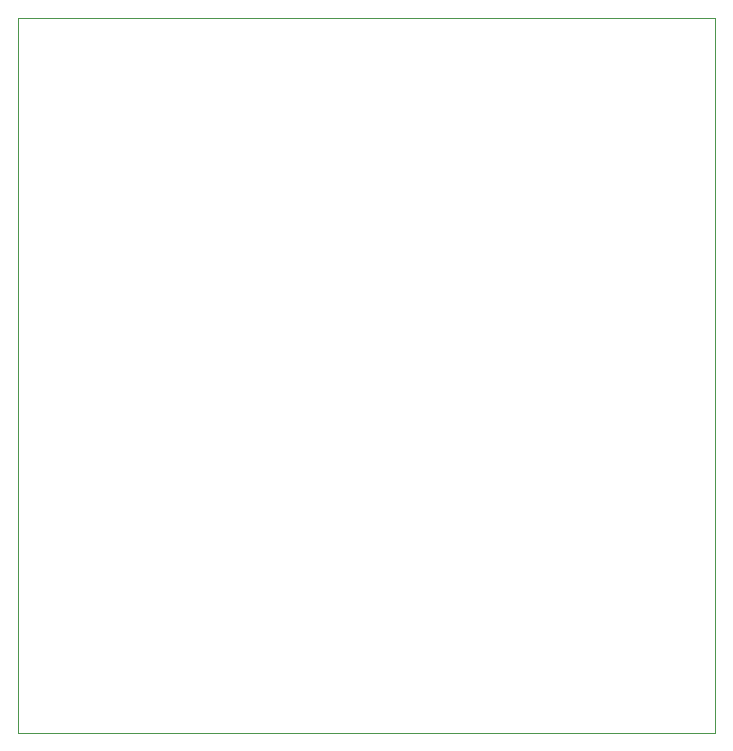
<source format=gm1>
%TF.GenerationSoftware,KiCad,Pcbnew,7.0.1*%
%TF.CreationDate,2023-06-03T22:26:13+02:00*%
%TF.ProjectId,SwedishChainsaw,53776564-6973-4684-9368-61696e736177,rev?*%
%TF.SameCoordinates,Original*%
%TF.FileFunction,Profile,NP*%
%FSLAX46Y46*%
G04 Gerber Fmt 4.6, Leading zero omitted, Abs format (unit mm)*
G04 Created by KiCad (PCBNEW 7.0.1) date 2023-06-03 22:26:13*
%MOMM*%
%LPD*%
G01*
G04 APERTURE LIST*
%TA.AperFunction,Profile*%
%ADD10C,0.100000*%
%TD*%
G04 APERTURE END LIST*
D10*
X104500000Y-115250000D02*
X45500000Y-115250000D01*
X45500000Y-115250000D02*
X45500000Y-54750000D01*
X45500000Y-54750000D02*
X104500000Y-54750000D01*
X104500000Y-54750000D02*
X104500000Y-115250000D01*
M02*

</source>
